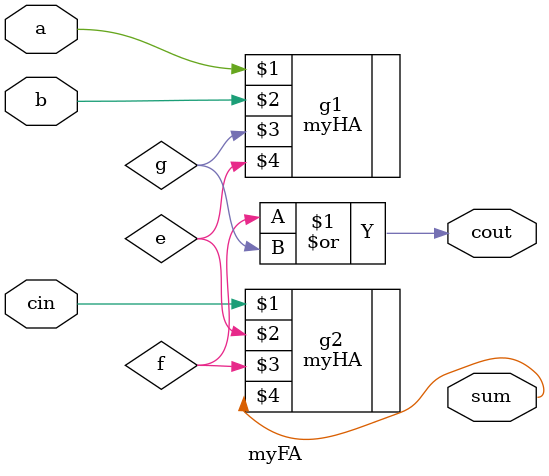
<source format=v>
module myFA(input a, b, cin, output cout, sum);
wire e, f, g;
myHA g1(a, b, g, e);
myHA g2(cin, e, f, sum);
assign cout = f | g;
endmodule
</source>
